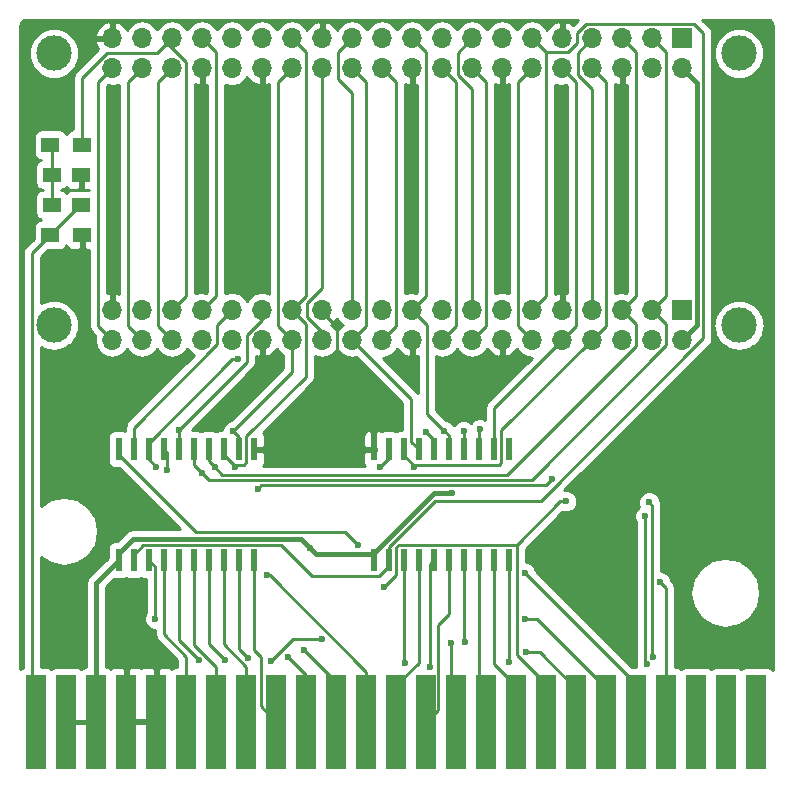
<source format=gbr>
G04 #@! TF.FileFunction,Copper,L2,Bot,Mixed*
%FSLAX46Y46*%
G04 Gerber Fmt 4.6, Leading zero omitted, Abs format (unit mm)*
G04 Created by KiCad (PCBNEW 4.0.7) date 01/21/18 21:48:56*
%MOMM*%
%LPD*%
G01*
G04 APERTURE LIST*
%ADD10C,0.100000*%
%ADD11R,1.800000X8.000000*%
%ADD12R,0.600000X1.950000*%
%ADD13R,1.700000X1.700000*%
%ADD14O,1.700000X1.700000*%
%ADD15C,3.000000*%
%ADD16R,1.500000X1.250000*%
%ADD17R,1.500000X1.300000*%
%ADD18C,0.600000*%
%ADD19C,0.250000*%
%ADD20C,0.400000*%
%ADD21C,0.254000*%
G04 APERTURE END LIST*
D10*
D11*
X187949840Y-109827440D03*
X185409840Y-109827440D03*
X182869840Y-109827440D03*
X180329840Y-109827440D03*
X177789840Y-109827440D03*
X175249840Y-109827440D03*
X172709840Y-109827440D03*
X170169840Y-109827440D03*
X167629840Y-109827440D03*
X165089840Y-109827440D03*
X162549840Y-109827440D03*
X160009840Y-109827440D03*
X157469840Y-109827440D03*
X154929840Y-109827440D03*
X152389840Y-109827440D03*
X149849840Y-109827440D03*
X147309840Y-109827440D03*
X144769840Y-109827440D03*
X142229840Y-109827440D03*
X139689840Y-109827440D03*
X137149840Y-109827440D03*
X134609840Y-109827440D03*
X132069840Y-109827440D03*
X129529840Y-109827440D03*
X126989840Y-109827440D03*
D12*
X155575000Y-86740000D03*
X156845000Y-86740000D03*
X158115000Y-86740000D03*
X159385000Y-86740000D03*
X160655000Y-86740000D03*
X161925000Y-86740000D03*
X163195000Y-86740000D03*
X164465000Y-86740000D03*
X165735000Y-86740000D03*
X167005000Y-86740000D03*
X167005000Y-96140000D03*
X165735000Y-96140000D03*
X164465000Y-96140000D03*
X163195000Y-96140000D03*
X161925000Y-96140000D03*
X160655000Y-96140000D03*
X159385000Y-96140000D03*
X158115000Y-96140000D03*
X156845000Y-96140000D03*
X155575000Y-96140000D03*
X133985000Y-86740000D03*
X135255000Y-86740000D03*
X136525000Y-86740000D03*
X137795000Y-86740000D03*
X139065000Y-86740000D03*
X140335000Y-86740000D03*
X141605000Y-86740000D03*
X142875000Y-86740000D03*
X144145000Y-86740000D03*
X145415000Y-86740000D03*
X145415000Y-96140000D03*
X144145000Y-96140000D03*
X142875000Y-96140000D03*
X141605000Y-96140000D03*
X140335000Y-96140000D03*
X139065000Y-96140000D03*
X137795000Y-96140000D03*
X136525000Y-96140000D03*
X135255000Y-96140000D03*
X133985000Y-96140000D03*
D13*
X181674000Y-74930000D03*
D14*
X181674000Y-77470000D03*
X179134000Y-74930000D03*
X179134000Y-77470000D03*
X176594000Y-74930000D03*
X176594000Y-77470000D03*
X174054000Y-74930000D03*
X174054000Y-77470000D03*
X171514000Y-74930000D03*
X171514000Y-77470000D03*
X168974000Y-74930000D03*
X168974000Y-77470000D03*
X166434000Y-74930000D03*
X166434000Y-77470000D03*
X163894000Y-74930000D03*
X163894000Y-77470000D03*
X161354000Y-74930000D03*
X161354000Y-77470000D03*
X158814000Y-74930000D03*
X158814000Y-77470000D03*
X156274000Y-74930000D03*
X156274000Y-77470000D03*
X153734000Y-74930000D03*
X153734000Y-77470000D03*
X151194000Y-74930000D03*
X151194000Y-77470000D03*
X148654000Y-74930000D03*
X148654000Y-77470000D03*
X146114000Y-74930000D03*
X146114000Y-77470000D03*
X143574000Y-74930000D03*
X143574000Y-77470000D03*
X141034000Y-74930000D03*
X141034000Y-77470000D03*
X138494000Y-74930000D03*
X138494000Y-77470000D03*
X135954000Y-74930000D03*
X135954000Y-77470000D03*
X133414000Y-74930000D03*
X133414000Y-77470000D03*
D13*
X181674000Y-51943000D03*
D14*
X181674000Y-54483000D03*
X179134000Y-51943000D03*
X179134000Y-54483000D03*
X176594000Y-51943000D03*
X176594000Y-54483000D03*
X174054000Y-51943000D03*
X174054000Y-54483000D03*
X171514000Y-51943000D03*
X171514000Y-54483000D03*
X168974000Y-51943000D03*
X168974000Y-54483000D03*
X166434000Y-51943000D03*
X166434000Y-54483000D03*
X163894000Y-51943000D03*
X163894000Y-54483000D03*
X161354000Y-51943000D03*
X161354000Y-54483000D03*
X158814000Y-51943000D03*
X158814000Y-54483000D03*
X156274000Y-51943000D03*
X156274000Y-54483000D03*
X153734000Y-51943000D03*
X153734000Y-54483000D03*
X151194000Y-51943000D03*
X151194000Y-54483000D03*
X148654000Y-51943000D03*
X148654000Y-54483000D03*
X146114000Y-51943000D03*
X146114000Y-54483000D03*
X143574000Y-51943000D03*
X143574000Y-54483000D03*
X141034000Y-51943000D03*
X141034000Y-54483000D03*
X138494000Y-51943000D03*
X138494000Y-54483000D03*
X135954000Y-51943000D03*
X135954000Y-54483000D03*
X133414000Y-51943000D03*
X133414000Y-54483000D03*
D15*
X128500000Y-76213000D03*
X128500000Y-53213000D03*
X186500000Y-53213000D03*
X186500000Y-76213000D03*
X186500000Y-76213000D03*
X186500000Y-53213000D03*
X128500000Y-53213000D03*
X128500000Y-76213000D03*
D16*
X128290000Y-63500000D03*
X130790000Y-63500000D03*
X130790000Y-66040000D03*
X128290000Y-66040000D03*
D17*
X128190000Y-60960000D03*
X130890000Y-60960000D03*
X128190000Y-68580000D03*
X130890000Y-68580000D03*
D18*
X152425400Y-79451200D03*
X161417000Y-83680300D03*
X159092900Y-81178400D03*
X149860000Y-84074000D03*
X130556000Y-103378000D03*
X133350000Y-103378000D03*
X130556000Y-102108000D03*
X133350000Y-102108000D03*
X155575000Y-86740000D03*
X145415000Y-86740000D03*
X167005000Y-86740000D03*
X164846000Y-80772000D03*
X144780000Y-81788000D03*
X133604000Y-82804000D03*
X146050000Y-80264000D03*
X180500000Y-87630000D03*
X180340000Y-83058000D03*
X133350000Y-63500000D03*
X130790000Y-63500000D03*
X130810000Y-68580000D03*
X162168800Y-90415200D03*
X150214100Y-95095200D03*
X142102800Y-88236100D03*
X138068700Y-88453600D03*
X137173400Y-88226100D03*
X144111600Y-79133100D03*
X143790600Y-88239000D03*
X143654200Y-85185400D03*
X141014700Y-88732300D03*
X139121700Y-85084000D03*
X179824500Y-98008200D03*
X178890900Y-91234200D03*
X179253900Y-104359800D03*
X178534500Y-92387700D03*
X178694400Y-104938700D03*
X168417400Y-101081100D03*
X154198600Y-94860700D03*
X168451000Y-103936900D03*
X171863500Y-91144500D03*
X156446600Y-98366400D03*
X167005800Y-104770600D03*
X163337800Y-103061400D03*
X162078700Y-103149400D03*
X146878800Y-104666100D03*
X151186900Y-102799100D03*
X160339000Y-105190700D03*
X158176500Y-104811800D03*
X146491100Y-97426000D03*
X149699100Y-103741300D03*
X148273700Y-104314200D03*
X144963900Y-104447900D03*
X142954700Y-104614300D03*
X140732100Y-104575000D03*
X137078100Y-101086800D03*
X170689900Y-89228000D03*
X145774200Y-90077900D03*
X161534800Y-85175700D03*
X163175800Y-85197800D03*
X159996500Y-85279500D03*
X164542900Y-85058000D03*
X156138800Y-88201300D03*
X158982200Y-88246700D03*
X168349000Y-97189200D03*
D19*
X151194000Y-74930000D02*
X151194000Y-75108300D01*
X151194000Y-75108300D02*
X152450800Y-76365100D01*
X152450800Y-79425800D02*
X152425400Y-79451200D01*
X152450800Y-76365100D02*
X152450800Y-79425800D01*
X158814000Y-77470000D02*
X158814000Y-81001100D01*
X158991300Y-81178400D02*
X159092900Y-81178400D01*
X158814000Y-81001100D02*
X158991300Y-81178400D01*
X145415000Y-86740000D02*
X147194000Y-86740000D01*
X147194000Y-86740000D02*
X149860000Y-84074000D01*
X134609840Y-109827440D02*
X134609840Y-103388160D01*
X134599680Y-103378000D02*
X133350000Y-103378000D01*
X134609840Y-103388160D02*
X134599680Y-103378000D01*
X134609840Y-109827440D02*
X134609840Y-101864160D01*
X134366000Y-102108000D02*
X133350000Y-102108000D01*
X134609840Y-101864160D02*
X134366000Y-102108000D01*
X146114000Y-77470000D02*
X146114000Y-80200000D01*
X146114000Y-80200000D02*
X146050000Y-80264000D01*
X180340000Y-83058000D02*
X180340000Y-87470000D01*
X180340000Y-87470000D02*
X180500000Y-87630000D01*
X133414000Y-74930000D02*
X133414000Y-63564000D01*
X133414000Y-63564000D02*
X133350000Y-63500000D01*
X130810000Y-68580000D02*
X130890000Y-68580000D01*
D20*
X182924400Y-76219600D02*
X181674000Y-77470000D01*
X182924400Y-55733400D02*
X182924400Y-76219600D01*
X181674000Y-54483000D02*
X182924400Y-55733400D01*
X132069800Y-109827400D02*
X129529800Y-109827400D01*
X155575000Y-95491500D02*
X155575000Y-95572500D01*
X160651300Y-90415200D02*
X155575000Y-95491500D01*
X162168800Y-90415200D02*
X160651300Y-90415200D01*
X155575000Y-95572500D02*
X155575000Y-96140000D01*
X150691400Y-95572500D02*
X150214100Y-95095200D01*
X155575000Y-95572500D02*
X150691400Y-95572500D01*
X132069800Y-98055200D02*
X133985000Y-96140000D01*
X132069800Y-109827400D02*
X132069800Y-98055200D01*
X149421900Y-94303000D02*
X150214100Y-95095200D01*
X135209200Y-94303000D02*
X149421900Y-94303000D01*
X133985000Y-95527200D02*
X135209200Y-94303000D01*
X133985000Y-96140000D02*
X133985000Y-95527200D01*
D19*
X141605000Y-87738300D02*
X142102800Y-88236100D01*
X141605000Y-86740000D02*
X141605000Y-87738300D01*
X177784600Y-73739400D02*
X176594000Y-74930000D01*
X177784600Y-53133600D02*
X177784600Y-73739400D01*
X176594000Y-51943000D02*
X177784600Y-53133600D01*
X142756000Y-88889300D02*
X142102800Y-88236100D01*
X166876800Y-88889300D02*
X142756000Y-88889300D01*
X177769400Y-77996700D02*
X166876800Y-88889300D01*
X177769400Y-76105400D02*
X177769400Y-77996700D01*
X176594000Y-74930000D02*
X177769400Y-76105400D01*
X138068700Y-87013700D02*
X138068700Y-88453600D01*
X137795000Y-86740000D02*
X138068700Y-87013700D01*
X174054000Y-56265700D02*
X174054000Y-74930000D01*
X172845600Y-55057300D02*
X174054000Y-56265700D01*
X172845600Y-53151400D02*
X172845600Y-55057300D01*
X174054000Y-51943000D02*
X172845600Y-53151400D01*
X135255000Y-84912200D02*
X135255000Y-86740000D01*
X142304000Y-77863200D02*
X135255000Y-84912200D01*
X142304000Y-76200000D02*
X142304000Y-77863200D01*
X143574000Y-74930000D02*
X142304000Y-76200000D01*
X151194000Y-77470000D02*
X151194000Y-76833602D01*
X151194000Y-76833602D02*
X149885400Y-75525002D01*
X151194000Y-73049900D02*
X151194000Y-71364900D01*
X149885400Y-74358500D02*
X151194000Y-73049900D01*
X149885400Y-75525002D02*
X149885400Y-74358500D01*
X151194000Y-54483000D02*
X151194000Y-71364900D01*
X136525000Y-87577700D02*
X136525000Y-86740000D01*
X137173400Y-88226100D02*
X136525000Y-87577700D01*
X136525000Y-86189200D02*
X136525000Y-86740000D01*
X143581100Y-79133100D02*
X136525000Y-86189200D01*
X144111600Y-79133100D02*
X143581100Y-79133100D01*
X149840200Y-73743800D02*
X148654000Y-74930000D01*
X149840200Y-53129200D02*
X149840200Y-73743800D01*
X148654000Y-51943000D02*
X149840200Y-53129200D01*
X143790600Y-88239000D02*
X143790600Y-88040400D01*
X144593600Y-88040400D02*
X143790600Y-88040400D01*
X144789600Y-87844400D02*
X144593600Y-88040400D01*
X144789600Y-85630300D02*
X144789600Y-87844400D01*
X149837900Y-80582000D02*
X144789600Y-85630300D01*
X149837900Y-76113900D02*
X149837900Y-80582000D01*
X148654000Y-74930000D02*
X149837900Y-76113900D01*
X142875000Y-87208500D02*
X142875000Y-86740000D01*
X143706900Y-88040400D02*
X142875000Y-87208500D01*
X143790600Y-88040400D02*
X143706900Y-88040400D01*
X157464600Y-76279400D02*
X156274000Y-77470000D01*
X157464600Y-55673600D02*
X157464600Y-76279400D01*
X156274000Y-54483000D02*
X157464600Y-55673600D01*
X144145000Y-85676200D02*
X143654200Y-85185400D01*
X144145000Y-86740000D02*
X144145000Y-85676200D01*
X148654000Y-80185600D02*
X148654000Y-77470000D01*
X143654200Y-85185400D02*
X148654000Y-80185600D01*
X147478600Y-76294600D02*
X148654000Y-77470000D01*
X147478600Y-55658400D02*
X147478600Y-76294600D01*
X148654000Y-54483000D02*
X147478600Y-55658400D01*
X140335000Y-88052600D02*
X141014700Y-88732300D01*
X140335000Y-86740000D02*
X140335000Y-88052600D01*
X180324200Y-73739800D02*
X179134000Y-74930000D01*
X180324200Y-53133200D02*
X180324200Y-73739800D01*
X179134000Y-51943000D02*
X180324200Y-53133200D01*
X141622000Y-89339600D02*
X141014700Y-88732300D01*
X168926800Y-89339600D02*
X141622000Y-89339600D01*
X180324600Y-77941800D02*
X168926800Y-89339600D01*
X180324600Y-76120600D02*
X180324600Y-77941800D01*
X179134000Y-74930000D02*
X180324600Y-76120600D01*
X139065000Y-85140700D02*
X139121700Y-85084000D01*
X139065000Y-86740000D02*
X139065000Y-85140700D01*
X144844000Y-79361700D02*
X139121700Y-85084000D01*
X144844000Y-77022400D02*
X144844000Y-79361700D01*
X146114000Y-75752400D02*
X144844000Y-77022400D01*
X146114000Y-74930000D02*
X146114000Y-75752400D01*
X180329800Y-98513500D02*
X180329800Y-109827400D01*
X179824500Y-98008200D02*
X180329800Y-98513500D01*
X179159800Y-91503100D02*
X178890900Y-91234200D01*
X179159800Y-104265700D02*
X179159800Y-91503100D01*
X179253900Y-104359800D02*
X179159800Y-104265700D01*
X178534500Y-104778800D02*
X178694400Y-104938700D01*
X178534500Y-92387700D02*
X178534500Y-104778800D01*
X175249800Y-106978700D02*
X175249800Y-109827400D01*
X169352200Y-101081100D02*
X175249800Y-106978700D01*
X168417400Y-101081100D02*
X169352200Y-101081100D01*
X153115500Y-93777600D02*
X154198600Y-94860700D01*
X140510100Y-93777600D02*
X153115500Y-93777600D01*
X133985000Y-87252500D02*
X140510100Y-93777600D01*
X133985000Y-86740000D02*
X133985000Y-87252500D01*
X169639400Y-103936900D02*
X168451000Y-103936900D01*
X172709800Y-107007300D02*
X169639400Y-103936900D01*
X172709800Y-109827400D02*
X172709800Y-107007300D01*
X157470300Y-97342700D02*
X156446600Y-98366400D01*
X157470300Y-95037000D02*
X157470300Y-97342700D01*
X157677900Y-94829400D02*
X157470300Y-95037000D01*
X167658600Y-94829400D02*
X157677900Y-94829400D01*
X171343500Y-91144500D02*
X167658600Y-94829400D01*
X171863500Y-91144500D02*
X171343500Y-91144500D01*
X170169800Y-106632900D02*
X170169800Y-109827400D01*
X167658600Y-104121700D02*
X170169800Y-106632900D01*
X167658600Y-94829400D02*
X167658600Y-104121700D01*
X167629800Y-106818400D02*
X167629800Y-109827400D01*
X165735000Y-104923600D02*
X167629800Y-106818400D01*
X165735000Y-96140000D02*
X165735000Y-104923600D01*
X167005000Y-104769800D02*
X167005800Y-104770600D01*
X167005000Y-96140000D02*
X167005000Y-104769800D01*
X164465000Y-109202600D02*
X165089800Y-109827400D01*
X164465000Y-96140000D02*
X164465000Y-109202600D01*
X163195000Y-102918600D02*
X163337800Y-103061400D01*
X163195000Y-96140000D02*
X163195000Y-102918600D01*
X162078700Y-109356300D02*
X162549800Y-109827400D01*
X162078700Y-103149400D02*
X162078700Y-109356300D01*
X148745800Y-102799100D02*
X146878800Y-104666100D01*
X151186900Y-102799100D02*
X148745800Y-102799100D01*
X160994600Y-108842600D02*
X160009800Y-109827400D01*
X160994600Y-101605800D02*
X160994600Y-108842600D01*
X161925000Y-100675400D02*
X160994600Y-101605800D01*
X161925000Y-96140000D02*
X161925000Y-100675400D01*
X160339000Y-96456000D02*
X160339000Y-105190700D01*
X160655000Y-96140000D02*
X160339000Y-96456000D01*
X157469800Y-106707900D02*
X157469800Y-109827400D01*
X159385000Y-104792700D02*
X157469800Y-106707900D01*
X159385000Y-96140000D02*
X159385000Y-104792700D01*
X158115000Y-104750300D02*
X158176500Y-104811800D01*
X158115000Y-96140000D02*
X158115000Y-104750300D01*
X146749200Y-97426000D02*
X146491100Y-97426000D01*
X154929800Y-105606600D02*
X146749200Y-97426000D01*
X154929800Y-109827400D02*
X154929800Y-105606600D01*
X152389800Y-106432000D02*
X152389800Y-109827400D01*
X149699100Y-103741300D02*
X152389800Y-106432000D01*
X149849800Y-105890300D02*
X149849800Y-109827400D01*
X148273700Y-104314200D02*
X149849800Y-105890300D01*
X145995200Y-108512800D02*
X147309800Y-109827400D01*
X145995200Y-104348200D02*
X145995200Y-108512800D01*
X145415000Y-103768000D02*
X145995200Y-104348200D01*
X145415000Y-96140000D02*
X145415000Y-103768000D01*
X144145000Y-103629000D02*
X144963900Y-104447900D01*
X144145000Y-96140000D02*
X144145000Y-103629000D01*
X144769800Y-105138200D02*
X144769800Y-109827400D01*
X142875000Y-103243400D02*
X144769800Y-105138200D01*
X142875000Y-96140000D02*
X142875000Y-103243400D01*
X141605000Y-103264600D02*
X142954700Y-104614300D01*
X141605000Y-96140000D02*
X141605000Y-103264600D01*
X142229800Y-105178100D02*
X142229800Y-109827400D01*
X140335000Y-103283300D02*
X142229800Y-105178100D01*
X140335000Y-96140000D02*
X140335000Y-103283300D01*
X139065000Y-102907900D02*
X140732100Y-104575000D01*
X139065000Y-96140000D02*
X139065000Y-102907900D01*
X139689800Y-104284300D02*
X139689800Y-109827400D01*
X137795000Y-102389500D02*
X139689800Y-104284300D01*
X137795000Y-96140000D02*
X137795000Y-102389500D01*
X137078100Y-96693100D02*
X137078100Y-101086800D01*
X136525000Y-96140000D02*
X137078100Y-96693100D01*
X146062200Y-89789900D02*
X145774200Y-90077900D01*
X170128000Y-89789900D02*
X146062200Y-89789900D01*
X170689900Y-89228000D02*
X170128000Y-89789900D01*
X134763400Y-76279400D02*
X135954000Y-77470000D01*
X134763400Y-55673600D02*
X134763400Y-76279400D01*
X135954000Y-54483000D02*
X134763400Y-55673600D01*
X162544600Y-76279400D02*
X161354000Y-77470000D01*
X162544600Y-55673600D02*
X162544600Y-76279400D01*
X161354000Y-54483000D02*
X162544600Y-55673600D01*
X158740400Y-86095400D02*
X159385000Y-86740000D01*
X158740400Y-82476400D02*
X158740400Y-86095400D01*
X153734000Y-77470000D02*
X158740400Y-82476400D01*
X154914100Y-76289900D02*
X153734000Y-77470000D01*
X154914100Y-55663100D02*
X154914100Y-76289900D01*
X153734000Y-54483000D02*
X154914100Y-55663100D01*
X161925000Y-85565900D02*
X161925000Y-86740000D01*
X161534800Y-85175700D02*
X161925000Y-85565900D01*
X160084000Y-76200000D02*
X158814000Y-74930000D01*
X160084000Y-83724900D02*
X160084000Y-76200000D01*
X161534800Y-85175700D02*
X160084000Y-83724900D01*
X159989400Y-73754600D02*
X158814000Y-74930000D01*
X159989400Y-53118400D02*
X159989400Y-73754600D01*
X158814000Y-51943000D02*
X159989400Y-53118400D01*
X163195000Y-85217000D02*
X163175800Y-85197800D01*
X163195000Y-86740000D02*
X163195000Y-85217000D01*
X153734000Y-56557400D02*
X153734000Y-74930000D01*
X152556700Y-55380100D02*
X153734000Y-56557400D01*
X152556700Y-53120300D02*
X152556700Y-55380100D01*
X153734000Y-51943000D02*
X152556700Y-53120300D01*
X172704600Y-76279400D02*
X171514000Y-77470000D01*
X172704600Y-55673600D02*
X172704600Y-76279400D01*
X171514000Y-54483000D02*
X172704600Y-55673600D01*
X165735000Y-83249000D02*
X165735000Y-86740000D01*
X171514000Y-77470000D02*
X165735000Y-83249000D01*
X137303400Y-76279400D02*
X138494000Y-77470000D01*
X137303400Y-55673600D02*
X137303400Y-76279400D01*
X138494000Y-54483000D02*
X137303400Y-55673600D01*
X168974000Y-51943000D02*
X170149400Y-53118400D01*
X170149400Y-73754600D02*
X168974000Y-74930000D01*
X170149400Y-53118400D02*
X170149400Y-73754600D01*
X156845000Y-95009300D02*
X156845000Y-96140000D01*
X160725700Y-91128600D02*
X156845000Y-95009300D01*
X169688200Y-91128600D02*
X160725700Y-91128600D01*
X183469900Y-77346900D02*
X169688200Y-91128600D01*
X183469900Y-51520300D02*
X183469900Y-77346900D01*
X182716800Y-50767200D02*
X183469900Y-51520300D01*
X173545300Y-50767200D02*
X182716800Y-50767200D01*
X172784000Y-51528500D02*
X173545300Y-50767200D01*
X172784000Y-52352400D02*
X172784000Y-51528500D01*
X172018000Y-53118400D02*
X172784000Y-52352400D01*
X170149400Y-53118400D02*
X172018000Y-53118400D01*
X135255000Y-95648100D02*
X135255000Y-96140000D01*
X136063500Y-94839600D02*
X135255000Y-95648100D01*
X147734300Y-94839600D02*
X136063500Y-94839600D01*
X150350300Y-97455600D02*
X147734300Y-94839600D01*
X156015600Y-97455600D02*
X150350300Y-97455600D01*
X156845000Y-96626200D02*
X156015600Y-97455600D01*
X156845000Y-96140000D02*
X156845000Y-96626200D01*
X159996500Y-85279500D02*
X160655000Y-85938000D01*
X160655000Y-85938000D02*
X160655000Y-86740000D01*
X164465000Y-85135900D02*
X164465000Y-86740000D01*
X164542900Y-85058000D02*
X164465000Y-85135900D01*
X142224600Y-73739400D02*
X141034000Y-74930000D01*
X142224600Y-53133600D02*
X142224600Y-73739400D01*
X141034000Y-51943000D02*
X142224600Y-53133600D01*
X156845000Y-87495100D02*
X156138800Y-88201300D01*
X156845000Y-86740000D02*
X156845000Y-87495100D01*
X175244600Y-76279400D02*
X174054000Y-77470000D01*
X175244600Y-55673600D02*
X175244600Y-76279400D01*
X174054000Y-54483000D02*
X175244600Y-55673600D01*
X158982200Y-88246700D02*
X158982200Y-88040400D01*
X166198600Y-88040400D02*
X158982200Y-88040400D01*
X166379600Y-87859400D02*
X166198600Y-88040400D01*
X166379600Y-85144400D02*
X166379600Y-87859400D01*
X174054000Y-77470000D02*
X166379600Y-85144400D01*
X158115000Y-87231900D02*
X158115000Y-86740000D01*
X158923500Y-88040400D02*
X158115000Y-87231900D01*
X158982200Y-88040400D02*
X158923500Y-88040400D01*
X163894000Y-56265700D02*
X163894000Y-74930000D01*
X162685600Y-55057300D02*
X163894000Y-56265700D01*
X162685600Y-53151400D02*
X162685600Y-55057300D01*
X163894000Y-51943000D02*
X162685600Y-53151400D01*
X165074100Y-76289900D02*
X163894000Y-77470000D01*
X165074100Y-55663100D02*
X165074100Y-76289900D01*
X163894000Y-54483000D02*
X165074100Y-55663100D01*
X177789800Y-106630000D02*
X177789800Y-109827400D01*
X168349000Y-97189200D02*
X177789800Y-106630000D01*
X130730000Y-66040000D02*
X128190000Y-68580000D01*
X130790000Y-66040000D02*
X130730000Y-66040000D01*
X126608900Y-109446500D02*
X126989800Y-109827400D01*
X126608900Y-70161100D02*
X126608900Y-109446500D01*
X128190000Y-68580000D02*
X126608900Y-70161100D01*
X128290000Y-61060000D02*
X128290000Y-63500000D01*
X128190000Y-60960000D02*
X128290000Y-61060000D01*
X128290000Y-66040000D02*
X128290000Y-63500000D01*
X167783400Y-76279400D02*
X168974000Y-77470000D01*
X167783400Y-55673600D02*
X167783400Y-76279400D01*
X168974000Y-54483000D02*
X167783400Y-55673600D01*
X139684600Y-73739400D02*
X138494000Y-74930000D01*
X139684600Y-53974500D02*
X139684600Y-73739400D01*
X138073600Y-52363400D02*
X139684600Y-53974500D01*
X137224000Y-53213000D02*
X138073600Y-52363400D01*
X132952200Y-53213000D02*
X137224000Y-53213000D01*
X130890000Y-55275200D02*
X132952200Y-53213000D01*
X130890000Y-60960000D02*
X130890000Y-55275200D01*
X138073600Y-52363400D02*
X138494000Y-51943000D01*
X132220000Y-76276000D02*
X133414000Y-77470000D01*
X132220000Y-55677000D02*
X132220000Y-76276000D01*
X133414000Y-54483000D02*
X132220000Y-55677000D01*
D21*
G36*
X135973110Y-97711431D02*
X136225000Y-97762440D01*
X136318100Y-97762440D01*
X136318100Y-100524337D01*
X136285908Y-100556473D01*
X136143262Y-100900001D01*
X136142938Y-101271967D01*
X136284983Y-101615743D01*
X136547773Y-101878992D01*
X136891301Y-102021638D01*
X137035000Y-102021763D01*
X137035000Y-102389500D01*
X137092852Y-102680339D01*
X137257599Y-102926901D01*
X138929800Y-104599102D01*
X138929800Y-105180000D01*
X138789840Y-105180000D01*
X138554523Y-105224278D01*
X138426855Y-105306430D01*
X138409538Y-105289113D01*
X138176149Y-105192440D01*
X137435590Y-105192440D01*
X137276840Y-105351190D01*
X137276840Y-109700440D01*
X137296840Y-109700440D01*
X137296840Y-109954440D01*
X137276840Y-109954440D01*
X137276840Y-109974440D01*
X137022840Y-109974440D01*
X137022840Y-109954440D01*
X134736840Y-109954440D01*
X134736840Y-109974440D01*
X134482840Y-109974440D01*
X134482840Y-109954440D01*
X134462840Y-109954440D01*
X134462840Y-109700440D01*
X134482840Y-109700440D01*
X134482840Y-105351190D01*
X134736840Y-105351190D01*
X134736840Y-109700440D01*
X137022840Y-109700440D01*
X137022840Y-105351190D01*
X136864090Y-105192440D01*
X136123531Y-105192440D01*
X135890142Y-105289113D01*
X135879840Y-105299415D01*
X135869538Y-105289113D01*
X135636149Y-105192440D01*
X134895590Y-105192440D01*
X134736840Y-105351190D01*
X134482840Y-105351190D01*
X134324090Y-105192440D01*
X133583531Y-105192440D01*
X133350142Y-105289113D01*
X133332536Y-105306719D01*
X133221730Y-105231009D01*
X132969840Y-105180000D01*
X132904800Y-105180000D01*
X132904800Y-98401068D01*
X133567269Y-97738599D01*
X133685000Y-97762440D01*
X134285000Y-97762440D01*
X134520317Y-97718162D01*
X134619528Y-97654322D01*
X134703110Y-97711431D01*
X134955000Y-97762440D01*
X135555000Y-97762440D01*
X135790317Y-97718162D01*
X135889528Y-97654322D01*
X135973110Y-97711431D01*
X135973110Y-97711431D01*
G37*
X135973110Y-97711431D02*
X136225000Y-97762440D01*
X136318100Y-97762440D01*
X136318100Y-100524337D01*
X136285908Y-100556473D01*
X136143262Y-100900001D01*
X136142938Y-101271967D01*
X136284983Y-101615743D01*
X136547773Y-101878992D01*
X136891301Y-102021638D01*
X137035000Y-102021763D01*
X137035000Y-102389500D01*
X137092852Y-102680339D01*
X137257599Y-102926901D01*
X138929800Y-104599102D01*
X138929800Y-105180000D01*
X138789840Y-105180000D01*
X138554523Y-105224278D01*
X138426855Y-105306430D01*
X138409538Y-105289113D01*
X138176149Y-105192440D01*
X137435590Y-105192440D01*
X137276840Y-105351190D01*
X137276840Y-109700440D01*
X137296840Y-109700440D01*
X137296840Y-109954440D01*
X137276840Y-109954440D01*
X137276840Y-109974440D01*
X137022840Y-109974440D01*
X137022840Y-109954440D01*
X134736840Y-109954440D01*
X134736840Y-109974440D01*
X134482840Y-109974440D01*
X134482840Y-109954440D01*
X134462840Y-109954440D01*
X134462840Y-109700440D01*
X134482840Y-109700440D01*
X134482840Y-105351190D01*
X134736840Y-105351190D01*
X134736840Y-109700440D01*
X137022840Y-109700440D01*
X137022840Y-105351190D01*
X136864090Y-105192440D01*
X136123531Y-105192440D01*
X135890142Y-105289113D01*
X135879840Y-105299415D01*
X135869538Y-105289113D01*
X135636149Y-105192440D01*
X134895590Y-105192440D01*
X134736840Y-105351190D01*
X134482840Y-105351190D01*
X134324090Y-105192440D01*
X133583531Y-105192440D01*
X133350142Y-105289113D01*
X133332536Y-105306719D01*
X133221730Y-105231009D01*
X132969840Y-105180000D01*
X132904800Y-105180000D01*
X132904800Y-98401068D01*
X133567269Y-97738599D01*
X133685000Y-97762440D01*
X134285000Y-97762440D01*
X134520317Y-97718162D01*
X134619528Y-97654322D01*
X134703110Y-97711431D01*
X134955000Y-97762440D01*
X135555000Y-97762440D01*
X135790317Y-97718162D01*
X135889528Y-97654322D01*
X135973110Y-97711431D01*
G36*
X189098277Y-50412811D02*
X189234241Y-50503658D01*
X189325089Y-50639622D01*
X189370900Y-50869931D01*
X189370900Y-105464533D01*
X189313930Y-105375999D01*
X189101730Y-105231009D01*
X188849840Y-105180000D01*
X187049840Y-105180000D01*
X186814523Y-105224278D01*
X186679263Y-105311316D01*
X186561730Y-105231009D01*
X186309840Y-105180000D01*
X184509840Y-105180000D01*
X184274523Y-105224278D01*
X184139263Y-105311316D01*
X184021730Y-105231009D01*
X183769840Y-105180000D01*
X181969840Y-105180000D01*
X181734523Y-105224278D01*
X181599263Y-105311316D01*
X181481730Y-105231009D01*
X181229840Y-105180000D01*
X181089800Y-105180000D01*
X181089800Y-98894900D01*
X182375734Y-98894900D01*
X182601665Y-100030730D01*
X183245060Y-100993640D01*
X184207970Y-101637035D01*
X185343800Y-101862966D01*
X186479630Y-101637035D01*
X187442540Y-100993640D01*
X188085935Y-100030730D01*
X188311866Y-98894900D01*
X188085935Y-97759070D01*
X187442540Y-96796160D01*
X186479630Y-96152765D01*
X185343800Y-95926834D01*
X184207970Y-96152765D01*
X183245060Y-96796160D01*
X182601665Y-97759070D01*
X182375734Y-98894900D01*
X181089800Y-98894900D01*
X181089800Y-98513500D01*
X181031948Y-98222661D01*
X180867201Y-97976099D01*
X180759622Y-97868520D01*
X180759662Y-97823033D01*
X180617617Y-97479257D01*
X180354827Y-97216008D01*
X180011299Y-97073362D01*
X179919800Y-97073282D01*
X179919800Y-91503100D01*
X179861948Y-91212261D01*
X179825967Y-91158411D01*
X179826062Y-91049033D01*
X179684017Y-90705257D01*
X179421227Y-90442008D01*
X179077699Y-90299362D01*
X178705733Y-90299038D01*
X178361957Y-90441083D01*
X178098708Y-90703873D01*
X177956062Y-91047401D01*
X177955738Y-91419367D01*
X178024843Y-91586614D01*
X178005557Y-91594583D01*
X177742308Y-91857373D01*
X177599662Y-92200901D01*
X177599338Y-92572867D01*
X177741383Y-92916643D01*
X177774500Y-92949818D01*
X177774500Y-104715926D01*
X177759562Y-104751901D01*
X177759238Y-105123867D01*
X177782432Y-105180000D01*
X177414602Y-105180000D01*
X169284122Y-97049520D01*
X169284162Y-97004033D01*
X169142117Y-96660257D01*
X168879327Y-96397008D01*
X168535799Y-96254362D01*
X168418600Y-96254260D01*
X168418600Y-95144202D01*
X171540161Y-92022641D01*
X171676701Y-92079338D01*
X172048667Y-92079662D01*
X172392443Y-91937617D01*
X172655692Y-91674827D01*
X172798338Y-91331299D01*
X172798662Y-90959333D01*
X172656617Y-90615557D01*
X172393827Y-90352308D01*
X172050299Y-90209662D01*
X171682261Y-90209341D01*
X184007301Y-77884301D01*
X184172048Y-77637739D01*
X184229900Y-77346900D01*
X184229900Y-76262121D01*
X184327620Y-76262121D01*
X184364793Y-76449003D01*
X184364630Y-76635815D01*
X184436599Y-76809992D01*
X184492945Y-77093263D01*
X184652005Y-77331313D01*
X184688980Y-77420800D01*
X184757988Y-77489929D01*
X184963749Y-77797872D01*
X185269003Y-78001836D01*
X185289041Y-78021909D01*
X185315467Y-78032882D01*
X185668358Y-78268676D01*
X186499500Y-78434001D01*
X187330642Y-78268676D01*
X187678965Y-78035935D01*
X187707800Y-78024020D01*
X187730075Y-78001784D01*
X188035251Y-77797872D01*
X188237382Y-77495362D01*
X188308909Y-77423959D01*
X188348009Y-77329796D01*
X188506055Y-77093263D01*
X188561069Y-76816691D01*
X188634628Y-76639541D01*
X188634797Y-76446035D01*
X188671380Y-76262121D01*
X188635117Y-76079815D01*
X188635370Y-75790185D01*
X188523791Y-75520144D01*
X188506055Y-75430979D01*
X188455988Y-75356048D01*
X188311020Y-75005200D01*
X188040463Y-74734171D01*
X188035251Y-74726370D01*
X188027518Y-74721203D01*
X187710959Y-74404091D01*
X186926541Y-74078372D01*
X186077185Y-74077630D01*
X185292200Y-74401980D01*
X184974317Y-74719309D01*
X184963749Y-74726370D01*
X184956749Y-74736846D01*
X184691091Y-75002041D01*
X184545871Y-75351770D01*
X184492945Y-75430979D01*
X184474522Y-75523596D01*
X184365372Y-75786459D01*
X184365121Y-76073591D01*
X184327620Y-76262121D01*
X184229900Y-76262121D01*
X184229900Y-53635815D01*
X184364630Y-53635815D01*
X184688980Y-54420800D01*
X185289041Y-55021909D01*
X186073459Y-55347628D01*
X186922815Y-55348370D01*
X187707800Y-55024020D01*
X188308909Y-54423959D01*
X188634628Y-53639541D01*
X188635370Y-52790185D01*
X188311020Y-52005200D01*
X187710959Y-51404091D01*
X186926541Y-51078372D01*
X186077185Y-51077630D01*
X185292200Y-51401980D01*
X184691091Y-52002041D01*
X184365372Y-52786459D01*
X184364630Y-53635815D01*
X184229900Y-53635815D01*
X184229900Y-51520300D01*
X184206784Y-51404091D01*
X184172048Y-51229460D01*
X184007301Y-50982899D01*
X183391402Y-50367000D01*
X188867973Y-50367000D01*
X189098277Y-50412811D01*
X189098277Y-50412811D01*
G37*
X189098277Y-50412811D02*
X189234241Y-50503658D01*
X189325089Y-50639622D01*
X189370900Y-50869931D01*
X189370900Y-105464533D01*
X189313930Y-105375999D01*
X189101730Y-105231009D01*
X188849840Y-105180000D01*
X187049840Y-105180000D01*
X186814523Y-105224278D01*
X186679263Y-105311316D01*
X186561730Y-105231009D01*
X186309840Y-105180000D01*
X184509840Y-105180000D01*
X184274523Y-105224278D01*
X184139263Y-105311316D01*
X184021730Y-105231009D01*
X183769840Y-105180000D01*
X181969840Y-105180000D01*
X181734523Y-105224278D01*
X181599263Y-105311316D01*
X181481730Y-105231009D01*
X181229840Y-105180000D01*
X181089800Y-105180000D01*
X181089800Y-98894900D01*
X182375734Y-98894900D01*
X182601665Y-100030730D01*
X183245060Y-100993640D01*
X184207970Y-101637035D01*
X185343800Y-101862966D01*
X186479630Y-101637035D01*
X187442540Y-100993640D01*
X188085935Y-100030730D01*
X188311866Y-98894900D01*
X188085935Y-97759070D01*
X187442540Y-96796160D01*
X186479630Y-96152765D01*
X185343800Y-95926834D01*
X184207970Y-96152765D01*
X183245060Y-96796160D01*
X182601665Y-97759070D01*
X182375734Y-98894900D01*
X181089800Y-98894900D01*
X181089800Y-98513500D01*
X181031948Y-98222661D01*
X180867201Y-97976099D01*
X180759622Y-97868520D01*
X180759662Y-97823033D01*
X180617617Y-97479257D01*
X180354827Y-97216008D01*
X180011299Y-97073362D01*
X179919800Y-97073282D01*
X179919800Y-91503100D01*
X179861948Y-91212261D01*
X179825967Y-91158411D01*
X179826062Y-91049033D01*
X179684017Y-90705257D01*
X179421227Y-90442008D01*
X179077699Y-90299362D01*
X178705733Y-90299038D01*
X178361957Y-90441083D01*
X178098708Y-90703873D01*
X177956062Y-91047401D01*
X177955738Y-91419367D01*
X178024843Y-91586614D01*
X178005557Y-91594583D01*
X177742308Y-91857373D01*
X177599662Y-92200901D01*
X177599338Y-92572867D01*
X177741383Y-92916643D01*
X177774500Y-92949818D01*
X177774500Y-104715926D01*
X177759562Y-104751901D01*
X177759238Y-105123867D01*
X177782432Y-105180000D01*
X177414602Y-105180000D01*
X169284122Y-97049520D01*
X169284162Y-97004033D01*
X169142117Y-96660257D01*
X168879327Y-96397008D01*
X168535799Y-96254362D01*
X168418600Y-96254260D01*
X168418600Y-95144202D01*
X171540161Y-92022641D01*
X171676701Y-92079338D01*
X172048667Y-92079662D01*
X172392443Y-91937617D01*
X172655692Y-91674827D01*
X172798338Y-91331299D01*
X172798662Y-90959333D01*
X172656617Y-90615557D01*
X172393827Y-90352308D01*
X172050299Y-90209662D01*
X171682261Y-90209341D01*
X184007301Y-77884301D01*
X184172048Y-77637739D01*
X184229900Y-77346900D01*
X184229900Y-76262121D01*
X184327620Y-76262121D01*
X184364793Y-76449003D01*
X184364630Y-76635815D01*
X184436599Y-76809992D01*
X184492945Y-77093263D01*
X184652005Y-77331313D01*
X184688980Y-77420800D01*
X184757988Y-77489929D01*
X184963749Y-77797872D01*
X185269003Y-78001836D01*
X185289041Y-78021909D01*
X185315467Y-78032882D01*
X185668358Y-78268676D01*
X186499500Y-78434001D01*
X187330642Y-78268676D01*
X187678965Y-78035935D01*
X187707800Y-78024020D01*
X187730075Y-78001784D01*
X188035251Y-77797872D01*
X188237382Y-77495362D01*
X188308909Y-77423959D01*
X188348009Y-77329796D01*
X188506055Y-77093263D01*
X188561069Y-76816691D01*
X188634628Y-76639541D01*
X188634797Y-76446035D01*
X188671380Y-76262121D01*
X188635117Y-76079815D01*
X188635370Y-75790185D01*
X188523791Y-75520144D01*
X188506055Y-75430979D01*
X188455988Y-75356048D01*
X188311020Y-75005200D01*
X188040463Y-74734171D01*
X188035251Y-74726370D01*
X188027518Y-74721203D01*
X187710959Y-74404091D01*
X186926541Y-74078372D01*
X186077185Y-74077630D01*
X185292200Y-74401980D01*
X184974317Y-74719309D01*
X184963749Y-74726370D01*
X184956749Y-74736846D01*
X184691091Y-75002041D01*
X184545871Y-75351770D01*
X184492945Y-75430979D01*
X184474522Y-75523596D01*
X184365372Y-75786459D01*
X184365121Y-76073591D01*
X184327620Y-76262121D01*
X184229900Y-76262121D01*
X184229900Y-53635815D01*
X184364630Y-53635815D01*
X184688980Y-54420800D01*
X185289041Y-55021909D01*
X186073459Y-55347628D01*
X186922815Y-55348370D01*
X187707800Y-55024020D01*
X188308909Y-54423959D01*
X188634628Y-53639541D01*
X188635370Y-52790185D01*
X188311020Y-52005200D01*
X187710959Y-51404091D01*
X186926541Y-51078372D01*
X186077185Y-51077630D01*
X185292200Y-51401980D01*
X184691091Y-52002041D01*
X184365372Y-52786459D01*
X184364630Y-53635815D01*
X184229900Y-53635815D01*
X184229900Y-51520300D01*
X184206784Y-51404091D01*
X184172048Y-51229460D01*
X184007301Y-50982899D01*
X183391402Y-50367000D01*
X188867973Y-50367000D01*
X189098277Y-50412811D01*
G36*
X172430254Y-50807444D02*
X172280924Y-50671355D01*
X171870890Y-50501524D01*
X171641000Y-50622845D01*
X171641000Y-51816000D01*
X171661000Y-51816000D01*
X171661000Y-52070000D01*
X171641000Y-52070000D01*
X171641000Y-52090000D01*
X171387000Y-52090000D01*
X171387000Y-52070000D01*
X171367000Y-52070000D01*
X171367000Y-51816000D01*
X171387000Y-51816000D01*
X171387000Y-50622845D01*
X171157110Y-50501524D01*
X170747076Y-50671355D01*
X170318817Y-51061642D01*
X170251702Y-51204553D01*
X170024054Y-50863853D01*
X169542285Y-50541946D01*
X168974000Y-50428907D01*
X168405715Y-50541946D01*
X167923946Y-50863853D01*
X167704000Y-51193026D01*
X167484054Y-50863853D01*
X167002285Y-50541946D01*
X166434000Y-50428907D01*
X165865715Y-50541946D01*
X165383946Y-50863853D01*
X165164000Y-51193026D01*
X164944054Y-50863853D01*
X164462285Y-50541946D01*
X163894000Y-50428907D01*
X163325715Y-50541946D01*
X162843946Y-50863853D01*
X162624000Y-51193026D01*
X162404054Y-50863853D01*
X161922285Y-50541946D01*
X161354000Y-50428907D01*
X160785715Y-50541946D01*
X160303946Y-50863853D01*
X160084000Y-51193026D01*
X159864054Y-50863853D01*
X159382285Y-50541946D01*
X158814000Y-50428907D01*
X158245715Y-50541946D01*
X157763946Y-50863853D01*
X157544000Y-51193026D01*
X157324054Y-50863853D01*
X156842285Y-50541946D01*
X156274000Y-50428907D01*
X155705715Y-50541946D01*
X155223946Y-50863853D01*
X155004000Y-51193026D01*
X154784054Y-50863853D01*
X154302285Y-50541946D01*
X153734000Y-50428907D01*
X153165715Y-50541946D01*
X152683946Y-50863853D01*
X152456298Y-51204553D01*
X152389183Y-51061642D01*
X151960924Y-50671355D01*
X151550890Y-50501524D01*
X151321000Y-50622845D01*
X151321000Y-51816000D01*
X151341000Y-51816000D01*
X151341000Y-52070000D01*
X151321000Y-52070000D01*
X151321000Y-52090000D01*
X151067000Y-52090000D01*
X151067000Y-52070000D01*
X151047000Y-52070000D01*
X151047000Y-51816000D01*
X151067000Y-51816000D01*
X151067000Y-50622845D01*
X150837110Y-50501524D01*
X150427076Y-50671355D01*
X149998817Y-51061642D01*
X149931702Y-51204553D01*
X149704054Y-50863853D01*
X149222285Y-50541946D01*
X148654000Y-50428907D01*
X148085715Y-50541946D01*
X147603946Y-50863853D01*
X147384000Y-51193026D01*
X147164054Y-50863853D01*
X146682285Y-50541946D01*
X146114000Y-50428907D01*
X145545715Y-50541946D01*
X145063946Y-50863853D01*
X144844000Y-51193026D01*
X144624054Y-50863853D01*
X144142285Y-50541946D01*
X143574000Y-50428907D01*
X143005715Y-50541946D01*
X142523946Y-50863853D01*
X142304000Y-51193026D01*
X142084054Y-50863853D01*
X141602285Y-50541946D01*
X141034000Y-50428907D01*
X140465715Y-50541946D01*
X139983946Y-50863853D01*
X139764000Y-51193026D01*
X139544054Y-50863853D01*
X139062285Y-50541946D01*
X138494000Y-50428907D01*
X137925715Y-50541946D01*
X137443946Y-50863853D01*
X137224000Y-51193026D01*
X137004054Y-50863853D01*
X136522285Y-50541946D01*
X135954000Y-50428907D01*
X135385715Y-50541946D01*
X134903946Y-50863853D01*
X134676298Y-51204553D01*
X134609183Y-51061642D01*
X134180924Y-50671355D01*
X133770890Y-50501524D01*
X133541000Y-50622845D01*
X133541000Y-51816000D01*
X133561000Y-51816000D01*
X133561000Y-52070000D01*
X133541000Y-52070000D01*
X133541000Y-52090000D01*
X133287000Y-52090000D01*
X133287000Y-52070000D01*
X132093181Y-52070000D01*
X131972514Y-52299892D01*
X132218817Y-52824358D01*
X132243524Y-52846874D01*
X130352599Y-54737799D01*
X130187852Y-54984361D01*
X130130000Y-55275200D01*
X130130000Y-59664442D01*
X129904683Y-59706838D01*
X129688559Y-59845910D01*
X129543569Y-60058110D01*
X129540919Y-60071197D01*
X129404090Y-59858559D01*
X129191890Y-59713569D01*
X128940000Y-59662560D01*
X127440000Y-59662560D01*
X127204683Y-59706838D01*
X126988559Y-59845910D01*
X126843569Y-60058110D01*
X126792560Y-60310000D01*
X126792560Y-61610000D01*
X126836838Y-61845317D01*
X126975910Y-62061441D01*
X127188110Y-62206431D01*
X127411680Y-62251705D01*
X127304683Y-62271838D01*
X127088559Y-62410910D01*
X126943569Y-62623110D01*
X126892560Y-62875000D01*
X126892560Y-64125000D01*
X126936838Y-64360317D01*
X127075910Y-64576441D01*
X127288110Y-64721431D01*
X127527509Y-64769910D01*
X127304683Y-64811838D01*
X127088559Y-64950910D01*
X126943569Y-65163110D01*
X126892560Y-65415000D01*
X126892560Y-66665000D01*
X126936838Y-66900317D01*
X127075910Y-67116441D01*
X127288110Y-67261431D01*
X127415351Y-67287198D01*
X127204683Y-67326838D01*
X126988559Y-67465910D01*
X126843569Y-67678110D01*
X126792560Y-67930000D01*
X126792560Y-68902638D01*
X126071499Y-69623699D01*
X125906752Y-69870261D01*
X125848900Y-70161100D01*
X125848900Y-105227896D01*
X125652600Y-105354212D01*
X125652600Y-53635815D01*
X126364630Y-53635815D01*
X126688980Y-54420800D01*
X127289041Y-55021909D01*
X128073459Y-55347628D01*
X128922815Y-55348370D01*
X129707800Y-55024020D01*
X130308909Y-54423959D01*
X130634628Y-53639541D01*
X130635370Y-52790185D01*
X130311020Y-52005200D01*
X129892659Y-51586108D01*
X131972514Y-51586108D01*
X132093181Y-51816000D01*
X133287000Y-51816000D01*
X133287000Y-50622845D01*
X133057110Y-50501524D01*
X132647076Y-50671355D01*
X132218817Y-51061642D01*
X131972514Y-51586108D01*
X129892659Y-51586108D01*
X129710959Y-51404091D01*
X128926541Y-51078372D01*
X128077185Y-51077630D01*
X127292200Y-51401980D01*
X126691091Y-52002041D01*
X126365372Y-52786459D01*
X126364630Y-53635815D01*
X125652600Y-53635815D01*
X125652600Y-50869927D01*
X125698411Y-50639623D01*
X125789258Y-50503659D01*
X125925222Y-50412811D01*
X126155531Y-50367000D01*
X172870698Y-50367000D01*
X172430254Y-50807444D01*
X172430254Y-50807444D01*
G37*
X172430254Y-50807444D02*
X172280924Y-50671355D01*
X171870890Y-50501524D01*
X171641000Y-50622845D01*
X171641000Y-51816000D01*
X171661000Y-51816000D01*
X171661000Y-52070000D01*
X171641000Y-52070000D01*
X171641000Y-52090000D01*
X171387000Y-52090000D01*
X171387000Y-52070000D01*
X171367000Y-52070000D01*
X171367000Y-51816000D01*
X171387000Y-51816000D01*
X171387000Y-50622845D01*
X171157110Y-50501524D01*
X170747076Y-50671355D01*
X170318817Y-51061642D01*
X170251702Y-51204553D01*
X170024054Y-50863853D01*
X169542285Y-50541946D01*
X168974000Y-50428907D01*
X168405715Y-50541946D01*
X167923946Y-50863853D01*
X167704000Y-51193026D01*
X167484054Y-50863853D01*
X167002285Y-50541946D01*
X166434000Y-50428907D01*
X165865715Y-50541946D01*
X165383946Y-50863853D01*
X165164000Y-51193026D01*
X164944054Y-50863853D01*
X164462285Y-50541946D01*
X163894000Y-50428907D01*
X163325715Y-50541946D01*
X162843946Y-50863853D01*
X162624000Y-51193026D01*
X162404054Y-50863853D01*
X161922285Y-50541946D01*
X161354000Y-50428907D01*
X160785715Y-50541946D01*
X160303946Y-50863853D01*
X160084000Y-51193026D01*
X159864054Y-50863853D01*
X159382285Y-50541946D01*
X158814000Y-50428907D01*
X158245715Y-50541946D01*
X157763946Y-50863853D01*
X157544000Y-51193026D01*
X157324054Y-50863853D01*
X156842285Y-50541946D01*
X156274000Y-50428907D01*
X155705715Y-50541946D01*
X155223946Y-50863853D01*
X155004000Y-51193026D01*
X154784054Y-50863853D01*
X154302285Y-50541946D01*
X153734000Y-50428907D01*
X153165715Y-50541946D01*
X152683946Y-50863853D01*
X152456298Y-51204553D01*
X152389183Y-51061642D01*
X151960924Y-50671355D01*
X151550890Y-50501524D01*
X151321000Y-50622845D01*
X151321000Y-51816000D01*
X151341000Y-51816000D01*
X151341000Y-52070000D01*
X151321000Y-52070000D01*
X151321000Y-52090000D01*
X151067000Y-52090000D01*
X151067000Y-52070000D01*
X151047000Y-52070000D01*
X151047000Y-51816000D01*
X151067000Y-51816000D01*
X151067000Y-50622845D01*
X150837110Y-50501524D01*
X150427076Y-50671355D01*
X149998817Y-51061642D01*
X149931702Y-51204553D01*
X149704054Y-50863853D01*
X149222285Y-50541946D01*
X148654000Y-50428907D01*
X148085715Y-50541946D01*
X147603946Y-50863853D01*
X147384000Y-51193026D01*
X147164054Y-50863853D01*
X146682285Y-50541946D01*
X146114000Y-50428907D01*
X145545715Y-50541946D01*
X145063946Y-50863853D01*
X144844000Y-51193026D01*
X144624054Y-50863853D01*
X144142285Y-50541946D01*
X143574000Y-50428907D01*
X143005715Y-50541946D01*
X142523946Y-50863853D01*
X142304000Y-51193026D01*
X142084054Y-50863853D01*
X141602285Y-50541946D01*
X141034000Y-50428907D01*
X140465715Y-50541946D01*
X139983946Y-50863853D01*
X139764000Y-51193026D01*
X139544054Y-50863853D01*
X139062285Y-50541946D01*
X138494000Y-50428907D01*
X137925715Y-50541946D01*
X137443946Y-50863853D01*
X137224000Y-51193026D01*
X137004054Y-50863853D01*
X136522285Y-50541946D01*
X135954000Y-50428907D01*
X135385715Y-50541946D01*
X134903946Y-50863853D01*
X134676298Y-51204553D01*
X134609183Y-51061642D01*
X134180924Y-50671355D01*
X133770890Y-50501524D01*
X133541000Y-50622845D01*
X133541000Y-51816000D01*
X133561000Y-51816000D01*
X133561000Y-52070000D01*
X133541000Y-52070000D01*
X133541000Y-52090000D01*
X133287000Y-52090000D01*
X133287000Y-52070000D01*
X132093181Y-52070000D01*
X131972514Y-52299892D01*
X132218817Y-52824358D01*
X132243524Y-52846874D01*
X130352599Y-54737799D01*
X130187852Y-54984361D01*
X130130000Y-55275200D01*
X130130000Y-59664442D01*
X129904683Y-59706838D01*
X129688559Y-59845910D01*
X129543569Y-60058110D01*
X129540919Y-60071197D01*
X129404090Y-59858559D01*
X129191890Y-59713569D01*
X128940000Y-59662560D01*
X127440000Y-59662560D01*
X127204683Y-59706838D01*
X126988559Y-59845910D01*
X126843569Y-60058110D01*
X126792560Y-60310000D01*
X126792560Y-61610000D01*
X126836838Y-61845317D01*
X126975910Y-62061441D01*
X127188110Y-62206431D01*
X127411680Y-62251705D01*
X127304683Y-62271838D01*
X127088559Y-62410910D01*
X126943569Y-62623110D01*
X126892560Y-62875000D01*
X126892560Y-64125000D01*
X126936838Y-64360317D01*
X127075910Y-64576441D01*
X127288110Y-64721431D01*
X127527509Y-64769910D01*
X127304683Y-64811838D01*
X127088559Y-64950910D01*
X126943569Y-65163110D01*
X126892560Y-65415000D01*
X126892560Y-66665000D01*
X126936838Y-66900317D01*
X127075910Y-67116441D01*
X127288110Y-67261431D01*
X127415351Y-67287198D01*
X127204683Y-67326838D01*
X126988559Y-67465910D01*
X126843569Y-67678110D01*
X126792560Y-67930000D01*
X126792560Y-68902638D01*
X126071499Y-69623699D01*
X125906752Y-69870261D01*
X125848900Y-70161100D01*
X125848900Y-105227896D01*
X125652600Y-105354212D01*
X125652600Y-53635815D01*
X126364630Y-53635815D01*
X126688980Y-54420800D01*
X127289041Y-55021909D01*
X128073459Y-55347628D01*
X128922815Y-55348370D01*
X129707800Y-55024020D01*
X130308909Y-54423959D01*
X130634628Y-53639541D01*
X130635370Y-52790185D01*
X130311020Y-52005200D01*
X129892659Y-51586108D01*
X131972514Y-51586108D01*
X132093181Y-51816000D01*
X133287000Y-51816000D01*
X133287000Y-50622845D01*
X133057110Y-50501524D01*
X132647076Y-50671355D01*
X132218817Y-51061642D01*
X131972514Y-51586108D01*
X129892659Y-51586108D01*
X129710959Y-51404091D01*
X128926541Y-51078372D01*
X128077185Y-51077630D01*
X127292200Y-51401980D01*
X126691091Y-52002041D01*
X126365372Y-52786459D01*
X126364630Y-53635815D01*
X125652600Y-53635815D01*
X125652600Y-50869927D01*
X125698411Y-50639623D01*
X125789258Y-50503659D01*
X125925222Y-50412811D01*
X126155531Y-50367000D01*
X172870698Y-50367000D01*
X172430254Y-50807444D01*
G36*
X131017000Y-68453000D02*
X131037000Y-68453000D01*
X131037000Y-68707000D01*
X131017000Y-68707000D01*
X131017000Y-69706250D01*
X131175750Y-69865000D01*
X131460000Y-69865000D01*
X131460000Y-76276000D01*
X131517852Y-76566839D01*
X131682599Y-76813401D01*
X131992229Y-77123031D01*
X131929000Y-77440907D01*
X131929000Y-77499093D01*
X132042039Y-78067378D01*
X132363946Y-78549147D01*
X132845715Y-78871054D01*
X133414000Y-78984093D01*
X133982285Y-78871054D01*
X134464054Y-78549147D01*
X134684000Y-78219974D01*
X134903946Y-78549147D01*
X135385715Y-78871054D01*
X135954000Y-78984093D01*
X136522285Y-78871054D01*
X137004054Y-78549147D01*
X137224000Y-78219974D01*
X137443946Y-78549147D01*
X137925715Y-78871054D01*
X138494000Y-78984093D01*
X139062285Y-78871054D01*
X139544054Y-78549147D01*
X139771702Y-78208447D01*
X139838817Y-78351358D01*
X140267076Y-78741645D01*
X140326246Y-78766152D01*
X134717599Y-84374799D01*
X134552852Y-84621361D01*
X134495000Y-84912200D01*
X134495000Y-85160086D01*
X134285000Y-85117560D01*
X133685000Y-85117560D01*
X133449683Y-85161838D01*
X133233559Y-85300910D01*
X133088569Y-85513110D01*
X133037560Y-85765000D01*
X133037560Y-87715000D01*
X133081838Y-87950317D01*
X133220910Y-88166441D01*
X133433110Y-88311431D01*
X133685000Y-88362440D01*
X134020138Y-88362440D01*
X139125698Y-93468000D01*
X135209200Y-93468000D01*
X134889659Y-93531561D01*
X134655681Y-93687900D01*
X134618766Y-93712566D01*
X133813772Y-94517560D01*
X133685000Y-94517560D01*
X133449683Y-94561838D01*
X133233559Y-94700910D01*
X133088569Y-94913110D01*
X133037560Y-95165000D01*
X133037560Y-95906572D01*
X131479366Y-97464766D01*
X131298361Y-97735659D01*
X131234800Y-98055200D01*
X131234800Y-105180000D01*
X131169840Y-105180000D01*
X130934523Y-105224278D01*
X130799263Y-105311316D01*
X130681730Y-105231009D01*
X130429840Y-105180000D01*
X128629840Y-105180000D01*
X128394523Y-105224278D01*
X128259263Y-105311316D01*
X128141730Y-105231009D01*
X127889840Y-105180000D01*
X127368900Y-105180000D01*
X127368900Y-95820573D01*
X128218324Y-96388139D01*
X129336800Y-96610618D01*
X130455276Y-96388139D01*
X131403474Y-95754574D01*
X132037039Y-94806376D01*
X132259518Y-93687900D01*
X132037039Y-92569424D01*
X131403474Y-91621226D01*
X130455276Y-90987661D01*
X129336800Y-90765182D01*
X128218324Y-90987661D01*
X127368900Y-91555227D01*
X127368900Y-78096023D01*
X127629358Y-78270055D01*
X128460500Y-78435380D01*
X128898036Y-78348348D01*
X128922815Y-78348370D01*
X128945918Y-78338824D01*
X129291642Y-78270055D01*
X129582175Y-78075927D01*
X129707800Y-78024020D01*
X129804845Y-77927144D01*
X129996251Y-77799251D01*
X130123027Y-77609517D01*
X130308909Y-77423959D01*
X130410520Y-77179253D01*
X130467055Y-77094642D01*
X130486734Y-76995709D01*
X130634628Y-76639541D01*
X130635370Y-75790185D01*
X130311020Y-75005200D01*
X129710959Y-74404091D01*
X128926541Y-74078372D01*
X128077185Y-74077630D01*
X127656070Y-74251632D01*
X127629358Y-74256945D01*
X127606910Y-74271944D01*
X127368900Y-74370288D01*
X127368900Y-70475902D01*
X127967362Y-69877440D01*
X128940000Y-69877440D01*
X129175317Y-69833162D01*
X129391441Y-69694090D01*
X129536431Y-69481890D01*
X129543191Y-69448510D01*
X129601673Y-69589699D01*
X129780302Y-69768327D01*
X130013691Y-69865000D01*
X130604250Y-69865000D01*
X130763000Y-69706250D01*
X130763000Y-68707000D01*
X130743000Y-68707000D01*
X130743000Y-68453000D01*
X130763000Y-68453000D01*
X130763000Y-68433000D01*
X131017000Y-68433000D01*
X131017000Y-68453000D01*
X131017000Y-68453000D01*
G37*
X131017000Y-68453000D02*
X131037000Y-68453000D01*
X131037000Y-68707000D01*
X131017000Y-68707000D01*
X131017000Y-69706250D01*
X131175750Y-69865000D01*
X131460000Y-69865000D01*
X131460000Y-76276000D01*
X131517852Y-76566839D01*
X131682599Y-76813401D01*
X131992229Y-77123031D01*
X131929000Y-77440907D01*
X131929000Y-77499093D01*
X132042039Y-78067378D01*
X132363946Y-78549147D01*
X132845715Y-78871054D01*
X133414000Y-78984093D01*
X133982285Y-78871054D01*
X134464054Y-78549147D01*
X134684000Y-78219974D01*
X134903946Y-78549147D01*
X135385715Y-78871054D01*
X135954000Y-78984093D01*
X136522285Y-78871054D01*
X137004054Y-78549147D01*
X137224000Y-78219974D01*
X137443946Y-78549147D01*
X137925715Y-78871054D01*
X138494000Y-78984093D01*
X139062285Y-78871054D01*
X139544054Y-78549147D01*
X139771702Y-78208447D01*
X139838817Y-78351358D01*
X140267076Y-78741645D01*
X140326246Y-78766152D01*
X134717599Y-84374799D01*
X134552852Y-84621361D01*
X134495000Y-84912200D01*
X134495000Y-85160086D01*
X134285000Y-85117560D01*
X133685000Y-85117560D01*
X133449683Y-85161838D01*
X133233559Y-85300910D01*
X133088569Y-85513110D01*
X133037560Y-85765000D01*
X133037560Y-87715000D01*
X133081838Y-87950317D01*
X133220910Y-88166441D01*
X133433110Y-88311431D01*
X133685000Y-88362440D01*
X134020138Y-88362440D01*
X139125698Y-93468000D01*
X135209200Y-93468000D01*
X134889659Y-93531561D01*
X134655681Y-93687900D01*
X134618766Y-93712566D01*
X133813772Y-94517560D01*
X133685000Y-94517560D01*
X133449683Y-94561838D01*
X133233559Y-94700910D01*
X133088569Y-94913110D01*
X133037560Y-95165000D01*
X133037560Y-95906572D01*
X131479366Y-97464766D01*
X131298361Y-97735659D01*
X131234800Y-98055200D01*
X131234800Y-105180000D01*
X131169840Y-105180000D01*
X130934523Y-105224278D01*
X130799263Y-105311316D01*
X130681730Y-105231009D01*
X130429840Y-105180000D01*
X128629840Y-105180000D01*
X128394523Y-105224278D01*
X128259263Y-105311316D01*
X128141730Y-105231009D01*
X127889840Y-105180000D01*
X127368900Y-105180000D01*
X127368900Y-95820573D01*
X128218324Y-96388139D01*
X129336800Y-96610618D01*
X130455276Y-96388139D01*
X131403474Y-95754574D01*
X132037039Y-94806376D01*
X132259518Y-93687900D01*
X132037039Y-92569424D01*
X131403474Y-91621226D01*
X130455276Y-90987661D01*
X129336800Y-90765182D01*
X128218324Y-90987661D01*
X127368900Y-91555227D01*
X127368900Y-78096023D01*
X127629358Y-78270055D01*
X128460500Y-78435380D01*
X128898036Y-78348348D01*
X128922815Y-78348370D01*
X128945918Y-78338824D01*
X129291642Y-78270055D01*
X129582175Y-78075927D01*
X129707800Y-78024020D01*
X129804845Y-77927144D01*
X129996251Y-77799251D01*
X130123027Y-77609517D01*
X130308909Y-77423959D01*
X130410520Y-77179253D01*
X130467055Y-77094642D01*
X130486734Y-76995709D01*
X130634628Y-76639541D01*
X130635370Y-75790185D01*
X130311020Y-75005200D01*
X129710959Y-74404091D01*
X128926541Y-74078372D01*
X128077185Y-74077630D01*
X127656070Y-74251632D01*
X127629358Y-74256945D01*
X127606910Y-74271944D01*
X127368900Y-74370288D01*
X127368900Y-70475902D01*
X127967362Y-69877440D01*
X128940000Y-69877440D01*
X129175317Y-69833162D01*
X129391441Y-69694090D01*
X129536431Y-69481890D01*
X129543191Y-69448510D01*
X129601673Y-69589699D01*
X129780302Y-69768327D01*
X130013691Y-69865000D01*
X130604250Y-69865000D01*
X130763000Y-69706250D01*
X130763000Y-68707000D01*
X130743000Y-68707000D01*
X130743000Y-68453000D01*
X130763000Y-68453000D01*
X130763000Y-68433000D01*
X131017000Y-68433000D01*
X131017000Y-68453000D01*
G36*
X152683946Y-78549147D02*
X153165715Y-78871054D01*
X153734000Y-78984093D01*
X154100408Y-78911210D01*
X157980400Y-82791202D01*
X157980400Y-85117560D01*
X157815000Y-85117560D01*
X157579683Y-85161838D01*
X157480472Y-85225678D01*
X157396890Y-85168569D01*
X157145000Y-85117560D01*
X156545000Y-85117560D01*
X156309683Y-85161838D01*
X156219020Y-85220178D01*
X156001310Y-85130000D01*
X155860750Y-85130000D01*
X155702000Y-85288750D01*
X155702000Y-86613000D01*
X155722000Y-86613000D01*
X155722000Y-86867000D01*
X155702000Y-86867000D01*
X155702000Y-86887000D01*
X155448000Y-86887000D01*
X155448000Y-86867000D01*
X154798750Y-86867000D01*
X154640000Y-87025750D01*
X154640000Y-87841309D01*
X154736673Y-88074698D01*
X154791275Y-88129300D01*
X146198725Y-88129300D01*
X146253327Y-88074698D01*
X146350000Y-87841309D01*
X146350000Y-87025750D01*
X146191250Y-86867000D01*
X145549600Y-86867000D01*
X145549600Y-86613000D01*
X146191250Y-86613000D01*
X146350000Y-86454250D01*
X146350000Y-85638691D01*
X154640000Y-85638691D01*
X154640000Y-86454250D01*
X154798750Y-86613000D01*
X155448000Y-86613000D01*
X155448000Y-85288750D01*
X155289250Y-85130000D01*
X155148690Y-85130000D01*
X154915301Y-85226673D01*
X154736673Y-85405302D01*
X154640000Y-85638691D01*
X146350000Y-85638691D01*
X146253327Y-85405302D01*
X146171364Y-85323338D01*
X150375301Y-81119401D01*
X150540048Y-80872840D01*
X150597900Y-80582000D01*
X150597900Y-78852469D01*
X150625715Y-78871054D01*
X151194000Y-78984093D01*
X151762285Y-78871054D01*
X152244054Y-78549147D01*
X152464000Y-78219974D01*
X152683946Y-78549147D01*
X152683946Y-78549147D01*
G37*
X152683946Y-78549147D02*
X153165715Y-78871054D01*
X153734000Y-78984093D01*
X154100408Y-78911210D01*
X157980400Y-82791202D01*
X157980400Y-85117560D01*
X157815000Y-85117560D01*
X157579683Y-85161838D01*
X157480472Y-85225678D01*
X157396890Y-85168569D01*
X157145000Y-85117560D01*
X156545000Y-85117560D01*
X156309683Y-85161838D01*
X156219020Y-85220178D01*
X156001310Y-85130000D01*
X155860750Y-85130000D01*
X155702000Y-85288750D01*
X155702000Y-86613000D01*
X155722000Y-86613000D01*
X155722000Y-86867000D01*
X155702000Y-86867000D01*
X155702000Y-86887000D01*
X155448000Y-86887000D01*
X155448000Y-86867000D01*
X154798750Y-86867000D01*
X154640000Y-87025750D01*
X154640000Y-87841309D01*
X154736673Y-88074698D01*
X154791275Y-88129300D01*
X146198725Y-88129300D01*
X146253327Y-88074698D01*
X146350000Y-87841309D01*
X146350000Y-87025750D01*
X146191250Y-86867000D01*
X145549600Y-86867000D01*
X145549600Y-86613000D01*
X146191250Y-86613000D01*
X146350000Y-86454250D01*
X146350000Y-85638691D01*
X154640000Y-85638691D01*
X154640000Y-86454250D01*
X154798750Y-86613000D01*
X155448000Y-86613000D01*
X155448000Y-85288750D01*
X155289250Y-85130000D01*
X155148690Y-85130000D01*
X154915301Y-85226673D01*
X154736673Y-85405302D01*
X154640000Y-85638691D01*
X146350000Y-85638691D01*
X146253327Y-85405302D01*
X146171364Y-85323338D01*
X150375301Y-81119401D01*
X150540048Y-80872840D01*
X150597900Y-80582000D01*
X150597900Y-78852469D01*
X150625715Y-78871054D01*
X151194000Y-78984093D01*
X151762285Y-78871054D01*
X152244054Y-78549147D01*
X152464000Y-78219974D01*
X152683946Y-78549147D01*
G36*
X146241000Y-77343000D02*
X146261000Y-77343000D01*
X146261000Y-77597000D01*
X146241000Y-77597000D01*
X146241000Y-78790155D01*
X146470890Y-78911476D01*
X146880924Y-78741645D01*
X147309183Y-78351358D01*
X147376298Y-78208447D01*
X147603946Y-78549147D01*
X147894000Y-78742954D01*
X147894000Y-79870798D01*
X143514520Y-84250278D01*
X143469033Y-84250238D01*
X143125257Y-84392283D01*
X142862008Y-84655073D01*
X142719362Y-84998601D01*
X142719258Y-85117560D01*
X142575000Y-85117560D01*
X142339683Y-85161838D01*
X142240472Y-85225678D01*
X142156890Y-85168569D01*
X141905000Y-85117560D01*
X141305000Y-85117560D01*
X141069683Y-85161838D01*
X140970472Y-85225678D01*
X140886890Y-85168569D01*
X140635000Y-85117560D01*
X140162942Y-85117560D01*
X145381401Y-79899101D01*
X145546148Y-79652540D01*
X145604000Y-79361700D01*
X145604000Y-78848060D01*
X145757110Y-78911476D01*
X145987000Y-78790155D01*
X145987000Y-77597000D01*
X145967000Y-77597000D01*
X145967000Y-77343000D01*
X145987000Y-77343000D01*
X145987000Y-77323000D01*
X146241000Y-77323000D01*
X146241000Y-77343000D01*
X146241000Y-77343000D01*
G37*
X146241000Y-77343000D02*
X146261000Y-77343000D01*
X146261000Y-77597000D01*
X146241000Y-77597000D01*
X146241000Y-78790155D01*
X146470890Y-78911476D01*
X146880924Y-78741645D01*
X147309183Y-78351358D01*
X147376298Y-78208447D01*
X147603946Y-78549147D01*
X147894000Y-78742954D01*
X147894000Y-79870798D01*
X143514520Y-84250278D01*
X143469033Y-84250238D01*
X143125257Y-84392283D01*
X142862008Y-84655073D01*
X142719362Y-84998601D01*
X142719258Y-85117560D01*
X142575000Y-85117560D01*
X142339683Y-85161838D01*
X142240472Y-85225678D01*
X142156890Y-85168569D01*
X141905000Y-85117560D01*
X141305000Y-85117560D01*
X141069683Y-85161838D01*
X140970472Y-85225678D01*
X140886890Y-85168569D01*
X140635000Y-85117560D01*
X140162942Y-85117560D01*
X145381401Y-79899101D01*
X145546148Y-79652540D01*
X145604000Y-79361700D01*
X145604000Y-78848060D01*
X145757110Y-78911476D01*
X145987000Y-78790155D01*
X145987000Y-77597000D01*
X145967000Y-77597000D01*
X145967000Y-77343000D01*
X145987000Y-77343000D01*
X145987000Y-77323000D01*
X146241000Y-77323000D01*
X146241000Y-77343000D01*
G36*
X166561000Y-77343000D02*
X166581000Y-77343000D01*
X166581000Y-77597000D01*
X166561000Y-77597000D01*
X166561000Y-78790155D01*
X166790890Y-78911476D01*
X167200924Y-78741645D01*
X167629183Y-78351358D01*
X167696298Y-78208447D01*
X167923946Y-78549147D01*
X168405715Y-78871054D01*
X168933217Y-78975981D01*
X165197599Y-82711599D01*
X165032852Y-82958161D01*
X164975000Y-83249000D01*
X164975000Y-84225020D01*
X164729699Y-84123162D01*
X164357733Y-84122838D01*
X164013957Y-84264883D01*
X163789411Y-84489037D01*
X163706127Y-84405608D01*
X163362599Y-84262962D01*
X162990633Y-84262638D01*
X162646857Y-84404683D01*
X162383608Y-84667473D01*
X162359984Y-84724365D01*
X162327917Y-84646757D01*
X162065127Y-84383508D01*
X161721599Y-84240862D01*
X161674723Y-84240821D01*
X160844000Y-83410098D01*
X160844000Y-78882648D01*
X161354000Y-78984093D01*
X161922285Y-78871054D01*
X162404054Y-78549147D01*
X162624000Y-78219974D01*
X162843946Y-78549147D01*
X163325715Y-78871054D01*
X163894000Y-78984093D01*
X164462285Y-78871054D01*
X164944054Y-78549147D01*
X165171702Y-78208447D01*
X165238817Y-78351358D01*
X165667076Y-78741645D01*
X166077110Y-78911476D01*
X166307000Y-78790155D01*
X166307000Y-77597000D01*
X166287000Y-77597000D01*
X166287000Y-77343000D01*
X166307000Y-77343000D01*
X166307000Y-77323000D01*
X166561000Y-77323000D01*
X166561000Y-77343000D01*
X166561000Y-77343000D01*
G37*
X166561000Y-77343000D02*
X166581000Y-77343000D01*
X166581000Y-77597000D01*
X166561000Y-77597000D01*
X166561000Y-78790155D01*
X166790890Y-78911476D01*
X167200924Y-78741645D01*
X167629183Y-78351358D01*
X167696298Y-78208447D01*
X167923946Y-78549147D01*
X168405715Y-78871054D01*
X168933217Y-78975981D01*
X165197599Y-82711599D01*
X165032852Y-82958161D01*
X164975000Y-83249000D01*
X164975000Y-84225020D01*
X164729699Y-84123162D01*
X164357733Y-84122838D01*
X164013957Y-84264883D01*
X163789411Y-84489037D01*
X163706127Y-84405608D01*
X163362599Y-84262962D01*
X162990633Y-84262638D01*
X162646857Y-84404683D01*
X162383608Y-84667473D01*
X162359984Y-84724365D01*
X162327917Y-84646757D01*
X162065127Y-84383508D01*
X161721599Y-84240862D01*
X161674723Y-84240821D01*
X160844000Y-83410098D01*
X160844000Y-78882648D01*
X161354000Y-78984093D01*
X161922285Y-78871054D01*
X162404054Y-78549147D01*
X162624000Y-78219974D01*
X162843946Y-78549147D01*
X163325715Y-78871054D01*
X163894000Y-78984093D01*
X164462285Y-78871054D01*
X164944054Y-78549147D01*
X165171702Y-78208447D01*
X165238817Y-78351358D01*
X165667076Y-78741645D01*
X166077110Y-78911476D01*
X166307000Y-78790155D01*
X166307000Y-77597000D01*
X166287000Y-77597000D01*
X166287000Y-77343000D01*
X166307000Y-77343000D01*
X166307000Y-77323000D01*
X166561000Y-77323000D01*
X166561000Y-77343000D01*
G36*
X158941000Y-77343000D02*
X158961000Y-77343000D01*
X158961000Y-77597000D01*
X158941000Y-77597000D01*
X158941000Y-78790155D01*
X159170890Y-78911476D01*
X159324000Y-78848060D01*
X159324000Y-82008141D01*
X159277801Y-81938999D01*
X156314783Y-78975981D01*
X156842285Y-78871054D01*
X157324054Y-78549147D01*
X157551702Y-78208447D01*
X157618817Y-78351358D01*
X158047076Y-78741645D01*
X158457110Y-78911476D01*
X158687000Y-78790155D01*
X158687000Y-77597000D01*
X158667000Y-77597000D01*
X158667000Y-77343000D01*
X158687000Y-77343000D01*
X158687000Y-77323000D01*
X158941000Y-77323000D01*
X158941000Y-77343000D01*
X158941000Y-77343000D01*
G37*
X158941000Y-77343000D02*
X158961000Y-77343000D01*
X158961000Y-77597000D01*
X158941000Y-77597000D01*
X158941000Y-78790155D01*
X159170890Y-78911476D01*
X159324000Y-78848060D01*
X159324000Y-82008141D01*
X159277801Y-81938999D01*
X156314783Y-78975981D01*
X156842285Y-78871054D01*
X157324054Y-78549147D01*
X157551702Y-78208447D01*
X157618817Y-78351358D01*
X158047076Y-78741645D01*
X158457110Y-78911476D01*
X158687000Y-78790155D01*
X158687000Y-77597000D01*
X158667000Y-77597000D01*
X158667000Y-77343000D01*
X158687000Y-77343000D01*
X158687000Y-77323000D01*
X158941000Y-77323000D01*
X158941000Y-77343000D01*
G36*
X141161000Y-77343000D02*
X141181000Y-77343000D01*
X141181000Y-77597000D01*
X141161000Y-77597000D01*
X141161000Y-77617000D01*
X140907000Y-77617000D01*
X140907000Y-77597000D01*
X140887000Y-77597000D01*
X140887000Y-77343000D01*
X140907000Y-77343000D01*
X140907000Y-77323000D01*
X141161000Y-77323000D01*
X141161000Y-77343000D01*
X141161000Y-77343000D01*
G37*
X141161000Y-77343000D02*
X141181000Y-77343000D01*
X141181000Y-77597000D01*
X141161000Y-77597000D01*
X141161000Y-77617000D01*
X140907000Y-77617000D01*
X140907000Y-77597000D01*
X140887000Y-77597000D01*
X140887000Y-77343000D01*
X140907000Y-77343000D01*
X140907000Y-77323000D01*
X141161000Y-77323000D01*
X141161000Y-77343000D01*
G36*
X176721000Y-77343000D02*
X176741000Y-77343000D01*
X176741000Y-77597000D01*
X176721000Y-77597000D01*
X176721000Y-77617000D01*
X176467000Y-77617000D01*
X176467000Y-77597000D01*
X176447000Y-77597000D01*
X176447000Y-77343000D01*
X176467000Y-77343000D01*
X176467000Y-77323000D01*
X176721000Y-77323000D01*
X176721000Y-77343000D01*
X176721000Y-77343000D01*
G37*
X176721000Y-77343000D02*
X176741000Y-77343000D01*
X176741000Y-77597000D01*
X176721000Y-77597000D01*
X176721000Y-77617000D01*
X176467000Y-77617000D01*
X176467000Y-77597000D01*
X176447000Y-77597000D01*
X176447000Y-77343000D01*
X176467000Y-77343000D01*
X176467000Y-77323000D01*
X176721000Y-77323000D01*
X176721000Y-77343000D01*
G36*
X152683946Y-76009147D02*
X152969578Y-76200000D01*
X152683946Y-76390853D01*
X152464000Y-76720026D01*
X152244054Y-76390853D01*
X151960899Y-76201655D01*
X151960924Y-76201645D01*
X152389183Y-75811358D01*
X152456298Y-75668447D01*
X152683946Y-76009147D01*
X152683946Y-76009147D01*
G37*
X152683946Y-76009147D02*
X152969578Y-76200000D01*
X152683946Y-76390853D01*
X152464000Y-76720026D01*
X152244054Y-76390853D01*
X151960899Y-76201655D01*
X151960924Y-76201645D01*
X152389183Y-75811358D01*
X152456298Y-75668447D01*
X152683946Y-76009147D01*
G36*
X170945715Y-55884054D02*
X171514000Y-55997093D01*
X171880408Y-55924210D01*
X171944600Y-55988402D01*
X171944600Y-73519054D01*
X171870890Y-73488524D01*
X171641000Y-73609845D01*
X171641000Y-74803000D01*
X171661000Y-74803000D01*
X171661000Y-75057000D01*
X171641000Y-75057000D01*
X171641000Y-75077000D01*
X171387000Y-75077000D01*
X171387000Y-75057000D01*
X171367000Y-75057000D01*
X171367000Y-74803000D01*
X171387000Y-74803000D01*
X171387000Y-73609845D01*
X171157110Y-73488524D01*
X170909400Y-73591122D01*
X170909400Y-55859789D01*
X170945715Y-55884054D01*
X170945715Y-55884054D01*
G37*
X170945715Y-55884054D02*
X171514000Y-55997093D01*
X171880408Y-55924210D01*
X171944600Y-55988402D01*
X171944600Y-73519054D01*
X171870890Y-73488524D01*
X171641000Y-73609845D01*
X171641000Y-74803000D01*
X171661000Y-74803000D01*
X171661000Y-75057000D01*
X171641000Y-75057000D01*
X171641000Y-75077000D01*
X171387000Y-75077000D01*
X171387000Y-75057000D01*
X171367000Y-75057000D01*
X171367000Y-74803000D01*
X171387000Y-74803000D01*
X171387000Y-73609845D01*
X171157110Y-73488524D01*
X170909400Y-73591122D01*
X170909400Y-55859789D01*
X170945715Y-55884054D01*
G36*
X151321000Y-74803000D02*
X151341000Y-74803000D01*
X151341000Y-75057000D01*
X151321000Y-75057000D01*
X151321000Y-75077000D01*
X151067000Y-75077000D01*
X151067000Y-75057000D01*
X151047000Y-75057000D01*
X151047000Y-74803000D01*
X151067000Y-74803000D01*
X151067000Y-74783000D01*
X151321000Y-74783000D01*
X151321000Y-74803000D01*
X151321000Y-74803000D01*
G37*
X151321000Y-74803000D02*
X151341000Y-74803000D01*
X151341000Y-75057000D01*
X151321000Y-75057000D01*
X151321000Y-75077000D01*
X151067000Y-75077000D01*
X151067000Y-75057000D01*
X151047000Y-75057000D01*
X151047000Y-74803000D01*
X151067000Y-74803000D01*
X151067000Y-74783000D01*
X151321000Y-74783000D01*
X151321000Y-74803000D01*
G36*
X134003400Y-73584827D02*
X133770890Y-73488524D01*
X133541000Y-73609845D01*
X133541000Y-74803000D01*
X133561000Y-74803000D01*
X133561000Y-75057000D01*
X133541000Y-75057000D01*
X133541000Y-75077000D01*
X133287000Y-75077000D01*
X133287000Y-75057000D01*
X133267000Y-75057000D01*
X133267000Y-74803000D01*
X133287000Y-74803000D01*
X133287000Y-73609845D01*
X133057110Y-73488524D01*
X132980000Y-73520462D01*
X132980000Y-55991802D01*
X133047592Y-55924210D01*
X133414000Y-55997093D01*
X133982285Y-55884054D01*
X134003400Y-55869945D01*
X134003400Y-73584827D01*
X134003400Y-73584827D01*
G37*
X134003400Y-73584827D02*
X133770890Y-73488524D01*
X133541000Y-73609845D01*
X133541000Y-74803000D01*
X133561000Y-74803000D01*
X133561000Y-75057000D01*
X133541000Y-75057000D01*
X133541000Y-75077000D01*
X133287000Y-75077000D01*
X133287000Y-75057000D01*
X133267000Y-75057000D01*
X133267000Y-74803000D01*
X133287000Y-74803000D01*
X133287000Y-73609845D01*
X133057110Y-73488524D01*
X132980000Y-73520462D01*
X132980000Y-55991802D01*
X133047592Y-55924210D01*
X133414000Y-55997093D01*
X133982285Y-55884054D01*
X134003400Y-55869945D01*
X134003400Y-73584827D01*
G36*
X146241000Y-54356000D02*
X146261000Y-54356000D01*
X146261000Y-54610000D01*
X146241000Y-54610000D01*
X146241000Y-55803155D01*
X146470890Y-55924476D01*
X146718600Y-55821878D01*
X146718600Y-73553211D01*
X146682285Y-73528946D01*
X146114000Y-73415907D01*
X145545715Y-73528946D01*
X145063946Y-73850853D01*
X144844000Y-74180026D01*
X144624054Y-73850853D01*
X144142285Y-73528946D01*
X143574000Y-73415907D01*
X143005715Y-73528946D01*
X142984600Y-73543055D01*
X142984600Y-55869945D01*
X143005715Y-55884054D01*
X143574000Y-55997093D01*
X144142285Y-55884054D01*
X144624054Y-55562147D01*
X144851702Y-55221447D01*
X144918817Y-55364358D01*
X145347076Y-55754645D01*
X145757110Y-55924476D01*
X145987000Y-55803155D01*
X145987000Y-54610000D01*
X145967000Y-54610000D01*
X145967000Y-54356000D01*
X145987000Y-54356000D01*
X145987000Y-54336000D01*
X146241000Y-54336000D01*
X146241000Y-54356000D01*
X146241000Y-54356000D01*
G37*
X146241000Y-54356000D02*
X146261000Y-54356000D01*
X146261000Y-54610000D01*
X146241000Y-54610000D01*
X146241000Y-55803155D01*
X146470890Y-55924476D01*
X146718600Y-55821878D01*
X146718600Y-73553211D01*
X146682285Y-73528946D01*
X146114000Y-73415907D01*
X145545715Y-73528946D01*
X145063946Y-73850853D01*
X144844000Y-74180026D01*
X144624054Y-73850853D01*
X144142285Y-73528946D01*
X143574000Y-73415907D01*
X143005715Y-73528946D01*
X142984600Y-73543055D01*
X142984600Y-55869945D01*
X143005715Y-55884054D01*
X143574000Y-55997093D01*
X144142285Y-55884054D01*
X144624054Y-55562147D01*
X144851702Y-55221447D01*
X144918817Y-55364358D01*
X145347076Y-55754645D01*
X145757110Y-55924476D01*
X145987000Y-55803155D01*
X145987000Y-54610000D01*
X145967000Y-54610000D01*
X145967000Y-54356000D01*
X145987000Y-54356000D01*
X145987000Y-54336000D01*
X146241000Y-54336000D01*
X146241000Y-54356000D01*
G36*
X166561000Y-54356000D02*
X166581000Y-54356000D01*
X166581000Y-54610000D01*
X166561000Y-54610000D01*
X166561000Y-55803155D01*
X166790890Y-55924476D01*
X167023400Y-55828173D01*
X167023400Y-73543055D01*
X167002285Y-73528946D01*
X166434000Y-73415907D01*
X165865715Y-73528946D01*
X165834100Y-73550070D01*
X165834100Y-55823824D01*
X166077110Y-55924476D01*
X166307000Y-55803155D01*
X166307000Y-54610000D01*
X166287000Y-54610000D01*
X166287000Y-54356000D01*
X166307000Y-54356000D01*
X166307000Y-54336000D01*
X166561000Y-54336000D01*
X166561000Y-54356000D01*
X166561000Y-54356000D01*
G37*
X166561000Y-54356000D02*
X166581000Y-54356000D01*
X166581000Y-54610000D01*
X166561000Y-54610000D01*
X166561000Y-55803155D01*
X166790890Y-55924476D01*
X167023400Y-55828173D01*
X167023400Y-73543055D01*
X167002285Y-73528946D01*
X166434000Y-73415907D01*
X165865715Y-73528946D01*
X165834100Y-73550070D01*
X165834100Y-55823824D01*
X166077110Y-55924476D01*
X166307000Y-55803155D01*
X166307000Y-54610000D01*
X166287000Y-54610000D01*
X166287000Y-54356000D01*
X166307000Y-54356000D01*
X166307000Y-54336000D01*
X166561000Y-54336000D01*
X166561000Y-54356000D01*
G36*
X158941000Y-54356000D02*
X158961000Y-54356000D01*
X158961000Y-54610000D01*
X158941000Y-54610000D01*
X158941000Y-55803155D01*
X159170890Y-55924476D01*
X159229400Y-55900242D01*
X159229400Y-73439798D01*
X159180408Y-73488790D01*
X158814000Y-73415907D01*
X158245715Y-73528946D01*
X158224600Y-73543055D01*
X158224600Y-55828173D01*
X158457110Y-55924476D01*
X158687000Y-55803155D01*
X158687000Y-54610000D01*
X158667000Y-54610000D01*
X158667000Y-54356000D01*
X158687000Y-54356000D01*
X158687000Y-54336000D01*
X158941000Y-54336000D01*
X158941000Y-54356000D01*
X158941000Y-54356000D01*
G37*
X158941000Y-54356000D02*
X158961000Y-54356000D01*
X158961000Y-54610000D01*
X158941000Y-54610000D01*
X158941000Y-55803155D01*
X159170890Y-55924476D01*
X159229400Y-55900242D01*
X159229400Y-73439798D01*
X159180408Y-73488790D01*
X158814000Y-73415907D01*
X158245715Y-73528946D01*
X158224600Y-73543055D01*
X158224600Y-55828173D01*
X158457110Y-55924476D01*
X158687000Y-55803155D01*
X158687000Y-54610000D01*
X158667000Y-54610000D01*
X158667000Y-54356000D01*
X158687000Y-54356000D01*
X158687000Y-54336000D01*
X158941000Y-54336000D01*
X158941000Y-54356000D01*
G36*
X141161000Y-54356000D02*
X141181000Y-54356000D01*
X141181000Y-54610000D01*
X141161000Y-54610000D01*
X141161000Y-55803155D01*
X141390890Y-55924476D01*
X141464600Y-55893946D01*
X141464600Y-73424598D01*
X141400408Y-73488790D01*
X141034000Y-73415907D01*
X140465715Y-73528946D01*
X140444600Y-73543055D01*
X140444600Y-55828173D01*
X140677110Y-55924476D01*
X140907000Y-55803155D01*
X140907000Y-54610000D01*
X140887000Y-54610000D01*
X140887000Y-54356000D01*
X140907000Y-54356000D01*
X140907000Y-54336000D01*
X141161000Y-54336000D01*
X141161000Y-54356000D01*
X141161000Y-54356000D01*
G37*
X141161000Y-54356000D02*
X141181000Y-54356000D01*
X141181000Y-54610000D01*
X141161000Y-54610000D01*
X141161000Y-55803155D01*
X141390890Y-55924476D01*
X141464600Y-55893946D01*
X141464600Y-73424598D01*
X141400408Y-73488790D01*
X141034000Y-73415907D01*
X140465715Y-73528946D01*
X140444600Y-73543055D01*
X140444600Y-55828173D01*
X140677110Y-55924476D01*
X140907000Y-55803155D01*
X140907000Y-54610000D01*
X140887000Y-54610000D01*
X140887000Y-54356000D01*
X140907000Y-54356000D01*
X140907000Y-54336000D01*
X141161000Y-54336000D01*
X141161000Y-54356000D01*
G36*
X176721000Y-54356000D02*
X176741000Y-54356000D01*
X176741000Y-54610000D01*
X176721000Y-54610000D01*
X176721000Y-55803155D01*
X176950890Y-55924476D01*
X177024600Y-55893946D01*
X177024600Y-73424598D01*
X176960408Y-73488790D01*
X176594000Y-73415907D01*
X176025715Y-73528946D01*
X176004600Y-73543055D01*
X176004600Y-55828173D01*
X176237110Y-55924476D01*
X176467000Y-55803155D01*
X176467000Y-54610000D01*
X176447000Y-54610000D01*
X176447000Y-54356000D01*
X176467000Y-54356000D01*
X176467000Y-54336000D01*
X176721000Y-54336000D01*
X176721000Y-54356000D01*
X176721000Y-54356000D01*
G37*
X176721000Y-54356000D02*
X176741000Y-54356000D01*
X176741000Y-54610000D01*
X176721000Y-54610000D01*
X176721000Y-55803155D01*
X176950890Y-55924476D01*
X177024600Y-55893946D01*
X177024600Y-73424598D01*
X176960408Y-73488790D01*
X176594000Y-73415907D01*
X176025715Y-73528946D01*
X176004600Y-73543055D01*
X176004600Y-55828173D01*
X176237110Y-55924476D01*
X176467000Y-55803155D01*
X176467000Y-54610000D01*
X176447000Y-54610000D01*
X176447000Y-54356000D01*
X176467000Y-54356000D01*
X176467000Y-54336000D01*
X176721000Y-54336000D01*
X176721000Y-54356000D01*
G36*
X130917000Y-63373000D02*
X130937000Y-63373000D01*
X130937000Y-63627000D01*
X130917000Y-63627000D01*
X130917000Y-64601250D01*
X131075750Y-64760000D01*
X131460000Y-64760000D01*
X131460000Y-64767560D01*
X130040000Y-64767560D01*
X129804683Y-64811838D01*
X129588559Y-64950910D01*
X129540866Y-65020711D01*
X129504090Y-64963559D01*
X129291890Y-64818569D01*
X129052491Y-64770090D01*
X129275317Y-64728162D01*
X129491441Y-64589090D01*
X129537969Y-64520994D01*
X129680302Y-64663327D01*
X129913691Y-64760000D01*
X130504250Y-64760000D01*
X130663000Y-64601250D01*
X130663000Y-63627000D01*
X130643000Y-63627000D01*
X130643000Y-63373000D01*
X130663000Y-63373000D01*
X130663000Y-63353000D01*
X130917000Y-63353000D01*
X130917000Y-63373000D01*
X130917000Y-63373000D01*
G37*
X130917000Y-63373000D02*
X130937000Y-63373000D01*
X130937000Y-63627000D01*
X130917000Y-63627000D01*
X130917000Y-64601250D01*
X131075750Y-64760000D01*
X131460000Y-64760000D01*
X131460000Y-64767560D01*
X130040000Y-64767560D01*
X129804683Y-64811838D01*
X129588559Y-64950910D01*
X129540866Y-65020711D01*
X129504090Y-64963559D01*
X129291890Y-64818569D01*
X129052491Y-64770090D01*
X129275317Y-64728162D01*
X129491441Y-64589090D01*
X129537969Y-64520994D01*
X129680302Y-64663327D01*
X129913691Y-64760000D01*
X130504250Y-64760000D01*
X130663000Y-64601250D01*
X130663000Y-63627000D01*
X130643000Y-63627000D01*
X130643000Y-63373000D01*
X130663000Y-63373000D01*
X130663000Y-63353000D01*
X130917000Y-63353000D01*
X130917000Y-63373000D01*
M02*

</source>
